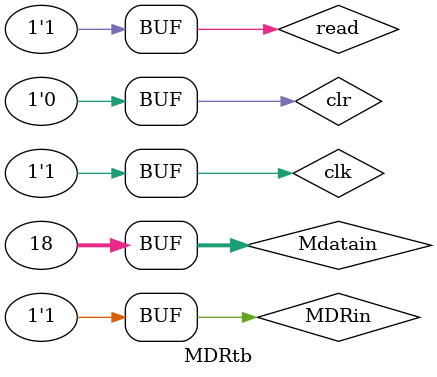
<source format=v>
`timescale 1ns/10ps

module MDRtb();
	reg clk, clr, MDRin, read;
	reg [31:0] busMuxOut, Mdatain;
	wire [31:0] q;
	
	MDR mdr(clr, clk, MDRin, read, busMuxOut, Mdatain, q);
	
	initial begin 
		clk = 1;
		
		Mdatain <= 32'h00000012;
		read <= 1;
		MDRin <=1;
		clr <= 0;
		
		#10
		clk = 0;
		#10
		clk = 1;
		
	end
endmodule
</source>
